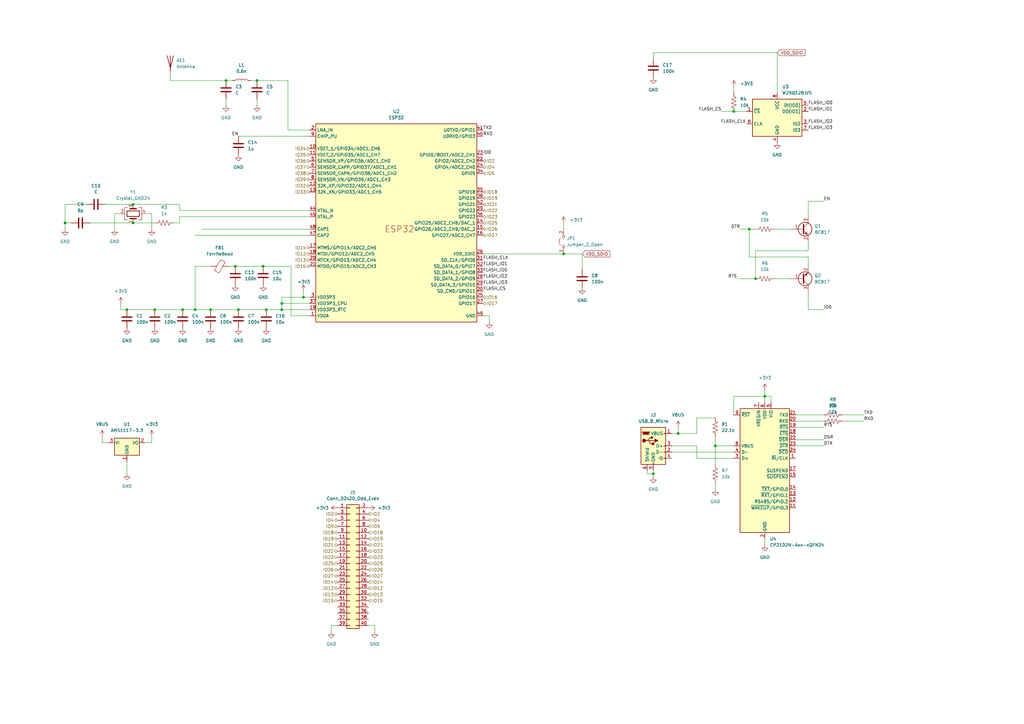
<source format=kicad_sch>
(kicad_sch (version 20211123) (generator eeschema)
  (paper "A3")
  (lib_symbols
    (symbol "Connector:USB_B_Micro" (pin_names (offset 1.016))
      (property "Reference" "J" (at -5.08 11.43 0))
      (property "Value" "USB_B_Micro" (at -5.08 8.89 0))
      (symbol "USB_B_Micro_0_1"
        (rectangle (start -5.08 -7.62) (end 5.08 7.62) (stroke (width 0.254)) (fill (type background)))
        (circle (center -3.81 2.159) (radius 0.635) (stroke (width 0.254)) (fill (type outline)))
        (circle (center -0.635 3.429) (radius 0.381) (stroke (width 0.254)) (fill (type outline)))
        (rectangle (start -0.127 -7.62) (end 0.127 -6.858))
        (polyline (pts (xy -1.905 2.159) (xy 0.635 2.159)) (stroke (width 0.254)))
        (polyline (pts (xy -3.175 2.159) (xy -2.54 2.159) (xy -1.27 3.429) (xy -0.635 3.429)) (stroke (width 0.254)))
        (polyline (pts (xy -2.54 2.159) (xy -1.905 2.159) (xy -1.27 0.889) (xy 0 0.889)) (stroke (width 0.254)))
        (polyline (pts (xy 0.635 2.794) (xy 0.635 1.524) (xy 1.905 2.159) (xy 0.635 2.794)) (stroke (width 0.254)) (fill (type outline)))
        (polyline (pts (xy -4.318 5.588) (xy -1.778 5.588) (xy -2.032 4.826) (xy -4.064 4.826) (xy -4.318 5.588)) (fill (type outline)))
        (polyline (pts (xy -4.699 5.842) (xy -4.699 5.588) (xy -4.445 4.826) (xy -4.445 4.572) (xy -1.651 4.572) (xy -1.651 4.826) (xy -1.397 5.588) (xy -1.397 5.842) (xy -4.699 5.842)))
        (rectangle (start 0.254 1.27) (end -0.508 0.508) (stroke (width 0.254)) (fill (type outline)))
        (rectangle (start 5.08 -5.207) (end 4.318 -4.953))
        (rectangle (start 5.08 -2.667) (end 4.318 -2.413))
        (rectangle (start 5.08 -0.127) (end 4.318 0.127))
        (rectangle (start 5.08 4.953) (end 4.318 5.207))
      )
      (symbol "USB_B_Micro_1_1"
        (pin power_out line (at 7.62 5.08 180) (length 2.54) (name "VBUS") (number "1"))
        (pin bidirectional line (at 7.62 -2.54 180) (length 2.54) (name "D-") (number "2"))
        (pin bidirectional line (at 7.62 0 180) (length 2.54) (name "D+") (number "3"))
        (pin passive line (at 7.62 -5.08 180) (length 2.54) (name "ID") (number "4"))
        (pin power_out line (at 0 -10.16 90) (length 2.54) (name "GND") (number "5"))
        (pin passive line (at -2.54 -10.16 90) (length 2.54) (name "Shield") (number "6"))
      )
    )
    (symbol "Connector_Generic:Conn_02x20_Odd_Even" (pin_names (offset 1.016) hide)
      (property "Reference" "J" (at 1.27 25.4 0))
      (property "Value" "Conn_02x20_Odd_Even" (at 1.27 -27.94 0))
      (symbol "Conn_02x20_Odd_Even_1_1"
        (rectangle (start -1.27 -25.273) (end 0 -25.527) (stroke (width 0.1524)))
        (rectangle (start -1.27 -22.733) (end 0 -22.987) (stroke (width 0.1524)))
        (rectangle (start -1.27 -20.193) (end 0 -20.447) (stroke (width 0.1524)))
        (rectangle (start -1.27 -17.653) (end 0 -17.907) (stroke (width 0.1524)))
        (rectangle (start -1.27 -15.113) (end 0 -15.367) (stroke (width 0.1524)))
        (rectangle (start -1.27 -12.573) (end 0 -12.827) (stroke (width 0.1524)))
        (rectangle (start -1.27 -10.033) (end 0 -10.287) (stroke (width 0.1524)))
        (rectangle (start -1.27 -7.493) (end 0 -7.747) (stroke (width 0.1524)))
        (rectangle (start -1.27 -4.953) (end 0 -5.207) (stroke (width 0.1524)))
        (rectangle (start -1.27 -2.413) (end 0 -2.667) (stroke (width 0.1524)))
        (rectangle (start -1.27 0.127) (end 0 -0.127) (stroke (width 0.1524)))
        (rectangle (start -1.27 2.667) (end 0 2.413) (stroke (width 0.1524)))
        (rectangle (start -1.27 5.207) (end 0 4.953) (stroke (width 0.1524)))
        (rectangle (start -1.27 7.747) (end 0 7.493) (stroke (width 0.1524)))
        (rectangle (start -1.27 10.287) (end 0 10.033) (stroke (width 0.1524)))
        (rectangle (start -1.27 12.827) (end 0 12.573) (stroke (width 0.1524)))
        (rectangle (start -1.27 15.367) (end 0 15.113) (stroke (width 0.1524)))
        (rectangle (start -1.27 17.907) (end 0 17.653) (stroke (width 0.1524)))
        (rectangle (start -1.27 20.447) (end 0 20.193) (stroke (width 0.1524)))
        (rectangle (start -1.27 22.987) (end 0 22.733) (stroke (width 0.1524)))
        (rectangle (start -1.27 24.13) (end 3.81 -26.67) (stroke (width 0.254)) (fill (type background)))
        (rectangle (start 3.81 -25.273) (end 2.54 -25.527) (stroke (width 0.1524)))
        (rectangle (start 3.81 -22.733) (end 2.54 -22.987) (stroke (width 0.1524)))
        (rectangle (start 3.81 -20.193) (end 2.54 -20.447) (stroke (width 0.1524)))
        (rectangle (start 3.81 -17.653) (end 2.54 -17.907) (stroke (width 0.1524)))
        (rectangle (start 3.81 -15.113) (end 2.54 -15.367) (stroke (width 0.1524)))
        (rectangle (start 3.81 -12.573) (end 2.54 -12.827) (stroke (width 0.1524)))
        (rectangle (start 3.81 -10.033) (end 2.54 -10.287) (stroke (width 0.1524)))
        (rectangle (start 3.81 -7.493) (end 2.54 -7.747) (stroke (width 0.1524)))
        (rectangle (start 3.81 -4.953) (end 2.54 -5.207) (stroke (width 0.1524)))
        (rectangle (start 3.81 -2.413) (end 2.54 -2.667) (stroke (width 0.1524)))
        (rectangle (start 3.81 0.127) (end 2.54 -0.127) (stroke (width 0.1524)))
        (rectangle (start 3.81 2.667) (end 2.54 2.413) (stroke (width 0.1524)))
        (rectangle (start 3.81 5.207) (end 2.54 4.953) (stroke (width 0.1524)))
        (rectangle (start 3.81 7.747) (end 2.54 7.493) (stroke (width 0.1524)))
        (rectangle (start 3.81 10.287) (end 2.54 10.033) (stroke (width 0.1524)))
        (rectangle (start 3.81 12.827) (end 2.54 12.573) (stroke (width 0.1524)))
        (rectangle (start 3.81 15.367) (end 2.54 15.113) (stroke (width 0.1524)))
        (rectangle (start 3.81 17.907) (end 2.54 17.653) (stroke (width 0.1524)))
        (rectangle (start 3.81 20.447) (end 2.54 20.193) (stroke (width 0.1524)))
        (rectangle (start 3.81 22.987) (end 2.54 22.733) (stroke (width 0.1524)))
        (pin passive line (at -5.08 22.86 0) (length 3.81) (name "Pin_1") (number "1"))
        (pin passive line (at 7.62 12.7 180) (length 3.81) (name "Pin_10") (number "10"))
        (pin passive line (at -5.08 10.16 0) (length 3.81) (name "Pin_11") (number "11"))
        (pin passive line (at 7.62 10.16 180) (length 3.81) (name "Pin_12") (number "12"))
        (pin passive line (at -5.08 7.62 0) (length 3.81) (name "Pin_13") (number "13"))
        (pin passive line (at 7.62 7.62 180) (length 3.81) (name "Pin_14") (number "14"))
        (pin passive line (at -5.08 5.08 0) (length 3.81) (name "Pin_15") (number "15"))
        (pin passive line (at 7.62 5.08 180) (length 3.81) (name "Pin_16") (number "16"))
        (pin passive line (at -5.08 2.54 0) (length 3.81) (name "Pin_17") (number "17"))
        (pin passive line (at 7.62 2.54 180) (length 3.81) (name "Pin_18") (number "18"))
        (pin passive line (at -5.08 0 0) (length 3.81) (name "Pin_19") (number "19"))
        (pin passive line (at 7.62 22.86 180) (length 3.81) (name "Pin_2") (number "2"))
        (pin passive line (at 7.62 0 180) (length 3.81) (name "Pin_20") (number "20"))
        (pin passive line (at -5.08 -2.54 0) (length 3.81) (name "Pin_21") (number "21"))
        (pin passive line (at 7.62 -2.54 180) (length 3.81) (name "Pin_22") (number "22"))
        (pin passive line (at -5.08 -5.08 0) (length 3.81) (name "Pin_23") (number "23"))
        (pin passive line (at 7.62 -5.08 180) (length 3.81) (name "Pin_24") (number "24"))
        (pin passive line (at -5.08 -7.62 0) (length 3.81) (name "Pin_25") (number "25"))
        (pin passive line (at 7.62 -7.62 180) (length 3.81) (name "Pin_26") (number "26"))
        (pin passive line (at -5.08 -10.16 0) (length 3.81) (name "Pin_27") (number "27"))
        (pin passive line (at 7.62 -10.16 180) (length 3.81) (name "Pin_28") (number "28"))
        (pin passive line (at -5.08 -12.7 0) (length 3.81) (name "Pin_29") (number "29"))
        (pin passive line (at -5.08 20.32 0) (length 3.81) (name "Pin_3") (number "3"))
        (pin passive line (at 7.62 -12.7 180) (length 3.81) (name "Pin_30") (number "30"))
        (pin passive line (at -5.08 -15.24 0) (length 3.81) (name "Pin_31") (number "31"))
        (pin passive line (at 7.62 -15.24 180) (length 3.81) (name "Pin_32") (number "32"))
        (pin passive line (at -5.08 -17.78 0) (length 3.81) (name "Pin_33") (number "33"))
        (pin passive line (at 7.62 -17.78 180) (length 3.81) (name "Pin_34") (number "34"))
        (pin passive line (at -5.08 -20.32 0) (length 3.81) (name "Pin_35") (number "35"))
        (pin passive line (at 7.62 -20.32 180) (length 3.81) (name "Pin_36") (number "36"))
        (pin passive line (at -5.08 -22.86 0) (length 3.81) (name "Pin_37") (number "37"))
        (pin passive line (at 7.62 -22.86 180) (length 3.81) (name "Pin_38") (number "38"))
        (pin passive line (at -5.08 -25.4 0) (length 3.81) (name "Pin_39") (number "39"))
        (pin passive line (at 7.62 20.32 180) (length 3.81) (name "Pin_4") (number "4"))
        (pin passive line (at 7.62 -25.4 180) (length 3.81) (name "Pin_40") (number "40"))
        (pin passive line (at -5.08 17.78 0) (length 3.81) (name "Pin_5") (number "5"))
        (pin passive line (at 7.62 17.78 180) (length 3.81) (name "Pin_6") (number "6"))
        (pin passive line (at -5.08 15.24 0) (length 3.81) (name "Pin_7") (number "7"))
        (pin passive line (at 7.62 15.24 180) (length 3.81) (name "Pin_8") (number "8"))
        (pin passive line (at -5.08 12.7 0) (length 3.81) (name "Pin_9") (number "9"))
      )
    )
    (symbol "Device:Antenna" (pin_numbers hide) (pin_names (offset 1.016) hide)
      (property "Reference" "AE" (at -1.905 1.905 0))
      (property "Value" "Antenna" (at -1.905 0 0))
      (symbol "Antenna_0_1"
        (polyline (pts (xy 0 2.54) (xy 0 -3.81)) (stroke (width 0.254)))
        (polyline (pts (xy 1.27 2.54) (xy 0 -2.54) (xy -1.27 2.54)) (stroke (width 0.254)))
      )
      (symbol "Antenna_1_1"
        (pin input line (at 0 -5.08 90) (length 2.54) (name "A") (number "1"))
      )
    )
    (symbol "Device:C" (pin_numbers hide) (pin_names (offset 0.254))
      (property "Reference" "C" (at 0.635 2.54 0))
      (property "Value" "C" (at 0.635 -2.54 0))
      (symbol "C_0_1"
        (polyline (pts (xy -2.032 -0.762) (xy 2.032 -0.762)) (stroke (width 0.508)))
        (polyline (pts (xy -2.032 0.762) (xy 2.032 0.762)) (stroke (width 0.508)))
      )
      (symbol "C_1_1"
        (pin passive line (at 0 3.81 270) (length 2.794) (name "~") (number "1"))
        (pin passive line (at 0 -3.81 90) (length 2.794) (name "~") (number "2"))
      )
    )
    (symbol "Device:Crystal_GND24" (pin_names (offset 1.016) hide)
      (property "Reference" "Y" (at 3.175 5.08 0))
      (property "Value" "Crystal_GND24" (at 3.175 3.175 0))
      (symbol "Crystal_GND24_0_1"
        (rectangle (start -1.143 2.54) (end 1.143 -2.54) (stroke (width 0.3048)))
        (polyline (pts (xy -2.54 0) (xy -2.032 0)))
        (polyline (pts (xy -2.032 -1.27) (xy -2.032 1.27)) (stroke (width 0.508)))
        (polyline (pts (xy 0 -3.81) (xy 0 -3.556)))
        (polyline (pts (xy 0 3.556) (xy 0 3.81)))
        (polyline (pts (xy 2.032 -1.27) (xy 2.032 1.27)) (stroke (width 0.508)))
        (polyline (pts (xy 2.032 0) (xy 2.54 0)))
        (polyline (pts (xy -2.54 -2.286) (xy -2.54 -3.556) (xy 2.54 -3.556) (xy 2.54 -2.286)))
        (polyline (pts (xy -2.54 2.286) (xy -2.54 3.556) (xy 2.54 3.556) (xy 2.54 2.286)))
      )
      (symbol "Crystal_GND24_1_1"
        (pin passive line (at -3.81 0 0) (length 1.27) (name "1") (number "1"))
        (pin passive line (at 0 5.08 270) (length 1.27) (name "2") (number "2"))
        (pin passive line (at 3.81 0 180) (length 1.27) (name "3") (number "3"))
        (pin passive line (at 0 -5.08 90) (length 1.27) (name "4") (number "4"))
      )
    )
    (symbol "Device:FerriteBead" (pin_numbers hide) (pin_names (offset 0))
      (property "Reference" "FB" (at -3.81 0.635 90))
      (property "Value" "FerriteBead" (at 3.81 0 90))
      (symbol "FerriteBead_0_1"
        (polyline (pts (xy 0 -1.27) (xy 0 -1.2192)))
        (polyline (pts (xy 0 1.27) (xy 0 1.2954)))
        (polyline (pts (xy -2.7686 0.4064) (xy -1.7018 2.2606) (xy 2.7686 -0.3048) (xy 1.6764 -2.159) (xy -2.7686 0.4064)))
      )
      (symbol "FerriteBead_1_1"
        (pin passive line (at 0 3.81 270) (length 2.54) (name "~") (number "1"))
        (pin passive line (at 0 -3.81 90) (length 2.54) (name "~") (number "2"))
      )
    )
    (symbol "Device:L" (pin_numbers hide) (pin_names (offset 1.016) hide)
      (property "Reference" "L" (at -1.27 0 90))
      (property "Value" "L" (at 1.905 0 90))
      (symbol "L_0_1"
        (arc (start 0 -2.54) (mid 0.635 -1.905) (end 0 -1.27))
        (arc (start 0 -1.27) (mid 0.635 -0.635) (end 0 0))
        (arc (start 0 0) (mid 0.635 0.635) (end 0 1.27))
        (arc (start 0 1.27) (mid 0.635 1.905) (end 0 2.54))
      )
      (symbol "L_1_1"
        (pin passive line (at 0 3.81 270) (length 1.27) (name "1") (number "1"))
        (pin passive line (at 0 -3.81 90) (length 1.27) (name "2") (number "2"))
      )
    )
    (symbol "Device:R_US" (pin_numbers hide) (pin_names (offset 0))
      (property "Reference" "R" (at 2.54 0 90))
      (property "Value" "R_US" (at -2.54 0 90))
      (symbol "R_US_0_1"
        (polyline (pts (xy 0 -2.286) (xy 0 -2.54)))
        (polyline (pts (xy 0 2.286) (xy 0 2.54)))
        (polyline (pts (xy 0 -0.762) (xy 1.016 -1.143) (xy 0 -1.524) (xy -1.016 -1.905) (xy 0 -2.286)))
        (polyline (pts (xy 0 0.762) (xy 1.016 0.381) (xy 0 0) (xy -1.016 -0.381) (xy 0 -0.762)))
        (polyline (pts (xy 0 2.286) (xy 1.016 1.905) (xy 0 1.524) (xy -1.016 1.143) (xy 0 0.762)))
      )
      (symbol "R_US_1_1"
        (pin passive line (at 0 3.81 270) (length 1.27) (name "~") (number "1"))
        (pin passive line (at 0 -3.81 90) (length 1.27) (name "~") (number "2"))
      )
    )
    (symbol "ESP32-Repo:ESP32"
      (property "Reference" "U" (at -33.02 45.72 0))
      (property "Value" "ESP32" (at -33.02 43.18 0))
      (symbol "ESP32_0_0"
        (text "ESP32" (at 1.27 -2.54 0) (effects (font (size 2.54 2.54))))
      )
      (symbol "ESP32_0_1"
        (rectangle (start -33.02 40.64) (end 33.02 -40.64) (stroke (width 0.254)) (fill (type background)))
      )
      (symbol "ESP32_1_1"
        (pin power_in line (at -35.56 -38.1 0) (length 2.54) (name "VDDA") (number "1"))
        (pin input line (at -35.56 30.48 0) (length 2.54) (name "VDET_1/GPIO34/ADC1_CH6") (number "10"))
        (pin input line (at -35.56 27.94 0) (length 2.54) (name "VDET_2/GPIO35/ADC1_CH7") (number "11"))
        (pin bidirectional line (at -35.56 15.24 0) (length 2.54) (name "32K_XP/GPIO32/ADC1_CH4") (number "12"))
        (pin bidirectional line (at -35.56 12.7 0) (length 2.54) (name "32K_XN/GPIO33/ADC1_CH5") (number "13"))
        (pin bidirectional line (at 35.56 0 180) (length 2.54) (name "GPIO25/ADC2_CH8/DAC_1") (number "14"))
        (pin bidirectional line (at 35.56 -2.54 180) (length 2.54) (name "GPIO26/ADC2_CH9/DAC_2") (number "15"))
        (pin bidirectional line (at 35.56 -5.08 180) (length 2.54) (name "GPIO27/ADC2_CH7") (number "16"))
        (pin bidirectional line (at -35.56 -10.16 0) (length 2.54) (name "MTMS/GPIO14/ADC2_CH6") (number "17"))
        (pin bidirectional line (at -35.56 -12.7 0) (length 2.54) (name "MTDI/GPIO12/ADC2_CH5") (number "18"))
        (pin power_in line (at -35.56 -35.56 0) (length 2.54) (name "VDD3P3_RTC") (number "19"))
        (pin bidirectional line (at -35.56 38.1 0) (length 2.54) (name "LNA_IN") (number "2"))
        (pin bidirectional line (at -35.56 -15.24 0) (length 2.54) (name "MTCK/GPIO13/ADC2_CH4") (number "20"))
        (pin bidirectional line (at -35.56 -17.78 0) (length 2.54) (name "MTDO/GPIO15/ADC2_CH3") (number "21"))
        (pin bidirectional line (at 35.56 25.4 180) (length 2.54) (name "GPIO2/ADC2_CH2") (number "22"))
        (pin bidirectional line (at 35.56 27.94 180) (length 2.54) (name "GPIO0/BOOT/ADC2_CH1") (number "23"))
        (pin bidirectional line (at 35.56 22.86 180) (length 2.54) (name "GPIO4/ADC2_CH0") (number "24"))
        (pin bidirectional line (at 35.56 -30.48 180) (length 2.54) (name "GPIO16") (number "25"))
        (pin power_out line (at 35.56 -12.7 180) (length 2.54) (name "VDD_SDIO") (number "26"))
        (pin bidirectional line (at 35.56 -33.02 180) (length 2.54) (name "GPIO17") (number "27"))
        (pin bidirectional line (at 35.56 -22.86 180) (length 2.54) (name "SD_DATA_2/GPIO9") (number "28"))
        (pin bidirectional line (at 35.56 -25.4 180) (length 2.54) (name "SD_DATA_3/GPIO10") (number "29"))
        (pin power_in line (at -35.56 -30.48 0) (length 2.54) (name "VDD3P3") (number "3"))
        (pin bidirectional line (at 35.56 -27.94 180) (length 2.54) (name "SD_CMD/GPIO11") (number "30"))
        (pin bidirectional line (at 35.56 -15.24 180) (length 2.54) (name "SD_CLK/GPIO6") (number "31"))
        (pin bidirectional line (at 35.56 -17.78 180) (length 2.54) (name "SD_DATA_0/GPIO7") (number "32"))
        (pin bidirectional line (at 35.56 -20.32 180) (length 2.54) (name "SD_DATA_1/GPIO8") (number "33"))
        (pin bidirectional line (at 35.56 20.32 180) (length 2.54) (name "GPIO5") (number "34"))
        (pin bidirectional line (at 35.56 12.7 180) (length 2.54) (name "GPIO18") (number "35"))
        (pin bidirectional line (at 35.56 2.54 180) (length 2.54) (name "GPIO23") (number "36"))
        (pin power_in line (at -35.56 -33.02 0) (length 2.54) (name "VDD3P3_CPU") (number "37"))
        (pin bidirectional line (at 35.56 10.16 180) (length 2.54) (name "GPIO19") (number "38"))
        (pin bidirectional line (at 35.56 5.08 180) (length 2.54) (name "GPIO22") (number "39"))
        (pin passive line (at -35.56 -30.48 0) (length 2.54) hide (name "VDD3P3") (number "4"))
        (pin bidirectional line (at 35.56 35.56 180) (length 2.54) (name "U0RXD/GPIO3") (number "40"))
        (pin bidirectional line (at 35.56 38.1 180) (length 2.54) (name "U0TXD/GPIO1") (number "41"))
        (pin bidirectional line (at 35.56 7.62 180) (length 2.54) (name "GPIO21") (number "42"))
        (pin passive line (at -35.56 -38.1 0) (length 2.54) hide (name "VDDA") (number "43"))
        (pin output line (at -35.56 5.08 0) (length 2.54) (name "XTAL_N") (number "44"))
        (pin input line (at -35.56 2.54 0) (length 2.54) (name "XTAL_P") (number "45"))
        (pin passive line (at -35.56 -38.1 0) (length 2.54) hide (name "VDDA") (number "46"))
        (pin input line (at -35.56 -5.08 0) (length 2.54) (name "CAP2") (number "47"))
        (pin input line (at -35.56 -2.54 0) (length 2.54) (name "CAP1") (number "48"))
        (pin power_in line (at 35.56 -38.1 180) (length 2.54) (name "GND") (number "49"))
        (pin input line (at -35.56 25.4 0) (length 2.54) (name "SENSOR_VP/GPIO36/ADC1_CH0") (number "5"))
        (pin input line (at -35.56 22.86 0) (length 2.54) (name "SENSOR_CAPP/GPIO37/ADC1_CH1") (number "6"))
        (pin input line (at -35.56 20.32 0) (length 2.54) (name "SENSOR_CAPN/GPIO38/ADC1_CH2") (number "7"))
        (pin input line (at -35.56 17.78 0) (length 2.54) (name "SENSOR_VN/GPIO39/ADC1_CH3") (number "8"))
        (pin input line (at -35.56 35.56 0) (length 2.54) (name "CHIP_PU") (number "9"))
      )
    )
    (symbol "Interface_USB:CP2102N-Axx-xQFN24"
      (property "Reference" "U" (at -8.89 26.67 0))
      (property "Value" "CP2102N-Axx-xQFN24" (at 13.97 26.67 0))
      (symbol "CP2102N-Axx-xQFN24_0_1"
        (rectangle (start -10.16 25.4) (end 10.16 -25.4) (stroke (width 0.254)) (fill (type background)))
      )
      (symbol "CP2102N-Axx-xQFN24_1_1"
        (pin bidirectional line (at 12.7 5.08 180) (length 2.54) (name "~{RI}/CLK") (number "1"))
        (pin no_connect line (at -10.16 -22.86 0) (length 2.54) hide (name "NC") (number "10"))
        (pin bidirectional line (at 12.7 -15.24 180) (length 2.54) (name "~{WAKEUP}/GPIO.3") (number "11"))
        (pin bidirectional line (at 12.7 -12.7 180) (length 2.54) (name "RS485/GPIO.2") (number "12"))
        (pin bidirectional line (at 12.7 -10.16 180) (length 2.54) (name "~{RXT}/GPIO.1") (number "13"))
        (pin bidirectional line (at 12.7 -7.62 180) (length 2.54) (name "~{TXT}/GPIO.0") (number "14"))
        (pin output line (at 12.7 -2.54 180) (length 2.54) (name "~{SUSPEND}") (number "15"))
        (pin no_connect line (at 10.16 -22.86 180) (length 2.54) hide (name "NC") (number "16"))
        (pin output line (at 12.7 0 180) (length 2.54) (name "SUSPEND") (number "17"))
        (pin input line (at 12.7 15.24 180) (length 2.54) (name "~{CTS}") (number "18"))
        (pin output line (at 12.7 17.78 180) (length 2.54) (name "~{RTS}") (number "19"))
        (pin power_in line (at 0 -27.94 90) (length 2.54) (name "GND") (number "2"))
        (pin input line (at 12.7 20.32 180) (length 2.54) (name "RXD") (number "20"))
        (pin output line (at 12.7 22.86 180) (length 2.54) (name "TXD") (number "21"))
        (pin input line (at 12.7 12.7 180) (length 2.54) (name "~{DSR}") (number "22"))
        (pin output line (at 12.7 10.16 180) (length 2.54) (name "~{DTR}") (number "23"))
        (pin input line (at 12.7 7.62 180) (length 2.54) (name "~{DCD}") (number "24"))
        (pin passive line (at 0 -27.94 90) (length 2.54) hide (name "GND") (number "25"))
        (pin bidirectional line (at -12.7 5.08 0) (length 2.54) (name "D+") (number "3"))
        (pin bidirectional line (at -12.7 7.62 0) (length 2.54) (name "D-") (number "4"))
        (pin power_in line (at 2.54 27.94 270) (length 2.54) (name "VIO") (number "5"))
        (pin power_in line (at 0 27.94 270) (length 2.54) (name "VDD") (number "6"))
        (pin power_in line (at -2.54 27.94 270) (length 2.54) (name "VREGIN") (number "7"))
        (pin input line (at -12.7 10.16 0) (length 2.54) (name "VBUS") (number "8"))
        (pin input line (at -12.7 22.86 0) (length 2.54) (name "~{RST}") (number "9"))
      )
    )
    (symbol "Jumper:Jumper_2_Open" (pin_names (offset 0) hide)
      (property "Reference" "JP" (at 0 2.794 0))
      (property "Value" "Jumper_2_Open" (at 0 -2.286 0))
      (symbol "Jumper_2_Open_0_0"
        (circle (center -2.032 0) (radius 0.508))
        (circle (center 2.032 0) (radius 0.508))
      )
      (symbol "Jumper_2_Open_0_1"
        (arc (start 1.524 1.27) (mid 0 1.778) (end -1.524 1.27))
      )
      (symbol "Jumper_2_Open_1_1"
        (pin passive line (at -5.08 0 0) (length 2.54) (name "A") (number "1"))
        (pin passive line (at 5.08 0 180) (length 2.54) (name "B") (number "2"))
      )
    )
    (symbol "Memory_Flash:W25Q128JVS"
      (property "Reference" "U" (at -8.89 8.89 0))
      (property "Value" "W25Q128JVS" (at 7.62 8.89 0))
      (symbol "W25Q128JVS_0_1"
        (rectangle (start -10.16 7.62) (end 10.16 -7.62) (stroke (width 0.254)) (fill (type background)))
      )
      (symbol "W25Q128JVS_1_1"
        (pin input line (at -12.7 2.54 0) (length 2.54) (name "~{CS}") (number "1"))
        (pin bidirectional line (at 12.7 2.54 180) (length 2.54) (name "DO(IO1)") (number "2"))
        (pin bidirectional line (at 12.7 -2.54 180) (length 2.54) (name "IO2") (number "3"))
        (pin power_in line (at 0 -10.16 90) (length 2.54) (name "GND") (number "4"))
        (pin bidirectional line (at 12.7 5.08 180) (length 2.54) (name "DI(IO0)") (number "5"))
        (pin input line (at -12.7 -2.54 0) (length 2.54) (name "CLK") (number "6"))
        (pin bidirectional line (at 12.7 -5.08 180) (length 2.54) (name "IO3") (number "7"))
        (pin power_in line (at 0 10.16 270) (length 2.54) (name "VCC") (number "8"))
      )
    )
    (symbol "Regulator_Linear:AMS1117-3.3" (pin_names (offset 0.254))
      (property "Reference" "U" (at -3.81 3.175 0))
      (property "Value" "AMS1117-3.3" (at 0 3.175 0))
      (symbol "AMS1117-3.3_0_1"
        (rectangle (start -5.08 -5.08) (end 5.08 1.905) (stroke (width 0.254)) (fill (type background)))
      )
      (symbol "AMS1117-3.3_1_1"
        (pin power_in line (at 0 -7.62 90) (length 2.54) (name "GND") (number "1"))
        (pin power_out line (at 7.62 0 180) (length 2.54) (name "VO") (number "2"))
        (pin power_in line (at -7.62 0 0) (length 2.54) (name "VI") (number "3"))
      )
    )
    (symbol "Transistor_BJT:BC817" (pin_names (offset 0) hide)
      (property "Reference" "Q" (at 5.08 1.905 0))
      (property "Value" "BC817" (at 5.08 0 0))
      (symbol "BC817_0_1"
        (polyline (pts (xy 0.635 0.635) (xy 2.54 2.54)))
        (polyline (pts (xy 0.635 -0.635) (xy 2.54 -2.54) (xy 2.54 -2.54)))
        (polyline (pts (xy 0.635 1.905) (xy 0.635 -1.905) (xy 0.635 -1.905)) (stroke (width 0.508)))
        (polyline (pts (xy 1.27 -1.778) (xy 1.778 -1.27) (xy 2.286 -2.286) (xy 1.27 -1.778) (xy 1.27 -1.778)) (fill (type outline)))
        (circle (center 1.27 0) (radius 2.8194) (stroke (width 0.254)))
      )
      (symbol "BC817_1_1"
        (pin input line (at -5.08 0 0) (length 5.715) (name "B") (number "1"))
        (pin passive line (at 2.54 -5.08 90) (length 2.54) (name "E") (number "2"))
        (pin passive line (at 2.54 5.08 270) (length 2.54) (name "C") (number "3"))
      )
    )
    (symbol "power:+3V3" (power) (pin_names (offset 0))
      (property "Value" "+3V3" (at 0 3.556 0))
      (symbol "+3V3_0_1"
        (polyline (pts (xy -0.762 1.27) (xy 0 2.54)))
        (polyline (pts (xy 0 0) (xy 0 2.54)))
        (polyline (pts (xy 0 2.54) (xy 0.762 1.27)))
      )
      (symbol "+3V3_1_1"
        (pin power_in line (at 0 0 90) (length 0) hide (name "+3V3") (number "1"))
      )
    )
    (symbol "power:GND" (power) (pin_names (offset 0))
      (property "Value" "GND" (at 0 -3.81 0))
      (symbol "GND_0_1"
        (polyline (pts (xy 0 0) (xy 0 -1.27) (xy 1.27 -1.27) (xy 0 -2.54) (xy -1.27 -1.27) (xy 0 -1.27)))
      )
      (symbol "GND_1_1"
        (pin power_in line (at 0 0 270) (length 0) hide (name "GND") (number "1"))
      )
    )
    (symbol "power:VBUS" (power) (pin_names (offset 0))
      (property "Value" "VBUS" (at 0 3.81 0))
      (symbol "VBUS_0_1"
        (polyline (pts (xy -0.762 1.27) (xy 0 2.54)))
        (polyline (pts (xy 0 0) (xy 0 2.54)))
        (polyline (pts (xy 0 2.54) (xy 0.762 1.27)))
      )
      (symbol "VBUS_1_1"
        (pin power_in line (at 0 0 90) (length 0) hide (name "VBUS") (number "1"))
      )
    )
  )
  (junction (at 54.61 83.82))
  (junction (at 124.46 121.92))
  (junction (at 313.69 162.56))
  (junction (at 307.34 93.98))
  (junction (at 115.57 124.46))
  (junction (at 107.95 109.22))
  (junction (at 309.88 114.3))
  (junction (at 96.52 109.22))
  (junction (at 54.61 91.44))
  (junction (at 267.97 194.31))
  (junction (at 92.71 33.02))
  (junction (at 80.01 127))
  (junction (at 105.41 33.02))
  (junction (at 97.79 127))
  (junction (at 26.67 91.44))
  (junction (at 63.5 127))
  (junction (at 74.93 127))
  (junction (at 293.37 182.88))
  (junction (at 86.36 127))
  (junction (at 115.57 127))
  (junction (at 278.13 177.8))
  (junction (at 231.14 104.14))
  (junction (at 52.07 127))
  (junction (at 109.22 127))
  (junction (at 300.99 45.72))
  (wire (pts (xy 71.12 91.44) (xy 73.66 91.44)))
  (wire (pts (xy 73.66 86.36) (xy 73.66 83.82)))
  (wire (pts (xy 331.47 105.41) (xy 307.34 105.41)))
  (wire (pts (xy 115.57 121.92) (xy 115.57 124.46)))
  (wire (pts (xy 73.66 91.44) (xy 73.66 88.9)))
  (wire (pts (xy 313.69 162.56) (xy 313.69 165.1)))
  (wire (pts (xy 46.99 87.63) (xy 46.99 93.98)))
  (wire (pts (xy 127 53.34) (xy 118.11 53.34)))
  (wire (pts (xy 119.38 129.54) (xy 119.38 109.22)))
  (wire (pts (xy 316.23 162.56) (xy 313.69 162.56)))
  (wire (pts (xy 337.82 82.55) (xy 331.47 82.55)))
  (wire (pts (xy 26.67 93.98) (xy 26.67 91.44)))
  (wire (pts (xy 97.79 55.88) (xy 127 55.88)))
  (wire (pts (xy 337.82 170.18) (xy 326.39 170.18)))
  (wire (pts (xy 200.66 129.54) (xy 198.12 129.54)))
  (wire (pts (xy 285.75 171.45) (xy 293.37 171.45)))
  (wire (pts (xy 293.37 182.88) (xy 293.37 190.5)))
  (wire (pts (xy 231.14 91.44) (xy 231.14 93.98)))
  (wire (pts (xy 300.99 162.56) (xy 313.69 162.56)))
  (wire (pts (xy 337.82 182.88) (xy 326.39 182.88)))
  (wire (pts (xy 135.89 259.08) (xy 135.89 256.54)))
  (wire (pts (xy 307.34 93.98) (xy 309.88 93.98)))
  (wire (pts (xy 127 96.52) (xy 80.01 96.52)))
  (wire (pts (xy 317.5 114.3) (xy 323.85 114.3)))
  (wire (pts (xy 316.23 165.1) (xy 316.23 162.56)))
  (wire (pts (xy 331.47 127) (xy 337.82 127)))
  (wire (pts (xy 285.75 177.8) (xy 285.75 171.45)))
  (wire (pts (xy 300.99 35.56) (xy 300.99 38.1)))
  (wire (pts (xy 54.61 91.44) (xy 63.5 91.44)))
  (wire (pts (xy 278.13 175.26) (xy 278.13 177.8)))
  (wire (pts (xy 26.67 83.82) (xy 26.67 91.44)))
  (wire (pts (xy 345.44 172.72) (xy 354.33 172.72)))
  (wire (pts (xy 317.5 93.98) (xy 323.85 93.98)))
  (wire (pts (xy 49.53 127) (xy 52.07 127)))
  (wire (pts (xy 200.66 132.08) (xy 200.66 129.54)))
  (wire (pts (xy 285.75 187.96) (xy 300.99 187.96)))
  (wire (pts (xy 35.56 83.82) (xy 26.67 83.82)))
  (wire (pts (xy 345.44 170.18) (xy 354.33 170.18)))
  (wire (pts (xy 265.43 193.04) (xy 265.43 194.31)))
  (wire (pts (xy 73.66 88.9) (xy 127 88.9)))
  (wire (pts (xy 62.23 179.07) (xy 62.23 181.61)))
  (wire (pts (xy 331.47 102.87) (xy 309.88 102.87)))
  (wire (pts (xy 119.38 129.54) (xy 127 129.54)))
  (wire (pts (xy 267.97 194.31) (xy 267.97 195.58)))
  (wire (pts (xy 62.23 181.61) (xy 59.69 181.61)))
  (wire (pts (xy 278.13 177.8) (xy 285.75 177.8)))
  (wire (pts (xy 102.87 33.02) (xy 105.41 33.02)))
  (wire (pts (xy 80.01 127) (xy 86.36 127)))
  (wire (pts (xy 285.75 182.88) (xy 285.75 187.96)))
  (wire (pts (xy 337.82 180.34) (xy 326.39 180.34)))
  (wire (pts (xy 62.23 93.98) (xy 62.23 87.63)))
  (wire (pts (xy 69.85 33.02) (xy 92.71 33.02)))
  (wire (pts (xy 97.79 127) (xy 109.22 127)))
  (wire (pts (xy 293.37 182.88) (xy 300.99 182.88)))
  (wire (pts (xy 300.99 170.18) (xy 300.99 162.56)))
  (wire (pts (xy 293.37 179.07) (xy 293.37 182.88)))
  (wire (pts (xy 293.37 200.66) (xy 293.37 198.12)))
  (wire (pts (xy 41.91 179.07) (xy 41.91 181.61)))
  (wire (pts (xy 69.85 30.48) (xy 69.85 33.02)))
  (wire (pts (xy 52.07 127) (xy 63.5 127)))
  (wire (pts (xy 337.82 172.72) (xy 326.39 172.72)))
  (wire (pts (xy 105.41 33.02) (xy 118.11 33.02)))
  (wire (pts (xy 86.36 127) (xy 97.79 127)))
  (wire (pts (xy 73.66 83.82) (xy 54.61 83.82)))
  (wire (pts (xy 63.5 127) (xy 74.93 127)))
  (wire (pts (xy 41.91 181.61) (xy 44.45 181.61)))
  (wire (pts (xy 49.53 124.46) (xy 49.53 127)))
  (wire (pts (xy 127 93.98) (xy 82.55 93.98)))
  (wire (pts (xy 124.46 121.92) (xy 127 121.92)))
  (wire (pts (xy 307.34 105.41) (xy 307.34 93.98)))
  (wire (pts (xy 74.93 127) (xy 80.01 127)))
  (wire (pts (xy 300.99 45.72) (xy 306.07 45.72)))
  (wire (pts (xy 52.07 189.23) (xy 52.07 194.31)))
  (wire (pts (xy 267.97 24.13) (xy 267.97 21.59)))
  (wire (pts (xy 96.52 109.22) (xy 107.95 109.22)))
  (wire (pts (xy 238.76 104.14) (xy 238.76 110.49)))
  (wire (pts (xy 302.26 114.3) (xy 309.88 114.3)))
  (wire (pts (xy 26.67 91.44) (xy 29.21 91.44)))
  (wire (pts (xy 278.13 177.8) (xy 275.59 177.8)))
  (wire (pts (xy 313.69 160.02) (xy 313.69 162.56)))
  (wire (pts (xy 265.43 194.31) (xy 267.97 194.31)))
  (wire (pts (xy 309.88 102.87) (xy 309.88 114.3)))
  (wire (pts (xy 115.57 124.46) (xy 127 124.46)))
  (wire (pts (xy 313.69 220.98) (xy 313.69 223.52)))
  (wire (pts (xy 267.97 21.59) (xy 318.77 21.59)))
  (wire (pts (xy 49.53 87.63) (xy 46.99 87.63)))
  (wire (pts (xy 93.98 109.22) (xy 96.52 109.22)))
  (wire (pts (xy 109.22 127) (xy 115.57 127)))
  (wire (pts (xy 153.67 259.08) (xy 153.67 256.54)))
  (wire (pts (xy 275.59 182.88) (xy 285.75 182.88)))
  (wire (pts (xy 318.77 21.59) (xy 318.77 38.1)))
  (wire (pts (xy 135.89 256.54) (xy 138.43 256.54)))
  (wire (pts (xy 198.12 104.14) (xy 231.14 104.14)))
  (wire (pts (xy 86.36 109.22) (xy 80.01 109.22)))
  (wire (pts (xy 115.57 124.46) (xy 115.57 127)))
  (wire (pts (xy 295.91 45.72) (xy 300.99 45.72)))
  (wire (pts (xy 80.01 109.22) (xy 80.01 127)))
  (wire (pts (xy 303.53 93.98) (xy 307.34 93.98)))
  (wire (pts (xy 107.95 109.22) (xy 119.38 109.22)))
  (wire (pts (xy 105.41 40.64) (xy 105.41 43.18)))
  (wire (pts (xy 115.57 121.92) (xy 124.46 121.92)))
  (wire (pts (xy 92.71 33.02) (xy 95.25 33.02)))
  (wire (pts (xy 231.14 104.14) (xy 238.76 104.14)))
  (wire (pts (xy 115.57 127) (xy 127 127)))
  (wire (pts (xy 331.47 82.55) (xy 331.47 88.9)))
  (wire (pts (xy 331.47 109.22) (xy 331.47 105.41)))
  (wire (pts (xy 73.66 86.36) (xy 127 86.36)))
  (wire (pts (xy 118.11 53.34) (xy 118.11 33.02)))
  (wire (pts (xy 36.83 91.44) (xy 54.61 91.44)))
  (wire (pts (xy 267.97 193.04) (xy 267.97 194.31)))
  (wire (pts (xy 124.46 119.38) (xy 124.46 121.92)))
  (wire (pts (xy 62.23 87.63) (xy 59.69 87.63)))
  (wire (pts (xy 275.59 185.42) (xy 300.99 185.42)))
  (wire (pts (xy 331.47 119.38) (xy 331.47 127)))
  (wire (pts (xy 43.18 83.82) (xy 54.61 83.82)))
  (wire (pts (xy 331.47 99.06) (xy 331.47 102.87)))
  (wire (pts (xy 92.71 40.64) (xy 92.71 43.18)))
  (wire (pts (xy 151.13 256.54) (xy 153.67 256.54)))
  (wire (pts (xy 337.82 175.26) (xy 326.39 175.26)))
  (label "RTS" (at 302.26 114.3 180))
  (label "FLASH_CLK" (at 198.12 106.68 0))
  (label "FLASH_CS" (at 198.12 119.38 0))
  (label "TXD" (at 198.12 53.34 0))
  (label "EN" (at 97.79 55.88 180))
  (label "RTS" (at 337.82 175.26 0))
  (label "FLASH_CLK" (at 306.07 50.8 180))
  (label "FLASH_IO3" (at 331.47 53.34 0))
  (label "EN" (at 337.82 82.55 0))
  (label "IO0" (at 198.12 63.5 0))
  (label "DTR" (at 303.53 93.98 180))
  (label "FLASH_IO1" (at 331.47 45.72 0))
  (label "FLASH_IO2" (at 331.47 50.8 0))
  (label "FLASH_IO3" (at 198.12 116.84 0))
  (label "IO0" (at 337.82 127 0))
  (label "FLASH_IO0" (at 331.47 43.18 0))
  (label "FLASH_IO2" (at 198.12 114.3 0))
  (label "FLASH_IO1" (at 198.12 109.22 0))
  (label "RXD" (at 198.12 55.88 0))
  (label "FLASH_IO0" (at 198.12 111.76 0))
  (label "RXD" (at 354.33 172.72 0))
  (label "DTR" (at 337.82 182.88 0))
  (label "TXD" (at 354.33 170.18 0))
  (label "DSR" (at 337.82 180.34 0))
  (label "FLASH_CS" (at 295.91 45.72 180))
  (global_label "VDD_SDIO" (shape input) (at 318.77 21.59 0) (property "Intersheet References" "${INTERSHEET_REFS}" (effects hide)))
  (global_label "VDD_SDIO" (shape input) (at 238.76 104.14 0) (property "Intersheet References" "${INTERSHEET_REFS}" (effects hide)))
  (hierarchical_label "IO13" (shape bidirectional) (at 151.13 243.84 0))
  (hierarchical_label "IO12" (shape bidirectional) (at 127 104.14 180))
  (hierarchical_label "IO15" (shape bidirectional) (at 138.43 246.38 180))
  (hierarchical_label "IO32" (shape bidirectional) (at 127 76.2 180))
  (hierarchical_label "IO21" (shape bidirectional) (at 151.13 223.52 0))
  (hierarchical_label "IO14" (shape bidirectional) (at 138.43 238.76 180))
  (hierarchical_label "IO14" (shape bidirectional) (at 127 101.6 180))
  (hierarchical_label "IO13" (shape bidirectional) (at 138.43 243.84 180))
  (hierarchical_label "IO15" (shape bidirectional) (at 127 109.22 180))
  (hierarchical_label "IO13" (shape bidirectional) (at 127 106.68 180))
  (hierarchical_label "IO26" (shape bidirectional) (at 198.12 93.98 0))
  (hierarchical_label "IO14" (shape bidirectional) (at 151.13 238.76 0))
  (hierarchical_label "IO18" (shape bidirectional) (at 198.12 78.74 0))
  (hierarchical_label "IO26" (shape bidirectional) (at 138.43 233.68 180))
  (hierarchical_label "IO4" (shape bidirectional) (at 138.43 213.36 180))
  (hierarchical_label "IO12" (shape bidirectional) (at 138.43 241.3 180))
  (hierarchical_label "IO38" (shape bidirectional) (at 127 71.12 180))
  (hierarchical_label "IO5" (shape bidirectional) (at 151.13 215.9 0))
  (hierarchical_label "IO19" (shape bidirectional) (at 151.13 220.98 0))
  (hierarchical_label "IO27" (shape bidirectional) (at 151.13 236.22 0))
  (hierarchical_label "IO4" (shape bidirectional) (at 198.12 68.58 0))
  (hierarchical_label "IO19" (shape bidirectional) (at 138.43 220.98 180))
  (hierarchical_label "IO25" (shape bidirectional) (at 198.12 91.44 0))
  (hierarchical_label "IO18" (shape bidirectional) (at 151.13 218.44 0))
  (hierarchical_label "IO5" (shape bidirectional) (at 198.12 71.12 0))
  (hierarchical_label "IO4" (shape bidirectional) (at 151.13 213.36 0))
  (hierarchical_label "IO22" (shape bidirectional) (at 151.13 226.06 0))
  (hierarchical_label "IO2" (shape bidirectional) (at 151.13 210.82 0))
  (hierarchical_label "IO17" (shape bidirectional) (at 198.12 124.46 0))
  (hierarchical_label "IO26" (shape bidirectional) (at 151.13 233.68 0))
  (hierarchical_label "IO16" (shape bidirectional) (at 198.12 121.92 0))
  (hierarchical_label "IO23" (shape bidirectional) (at 151.13 228.6 0))
  (hierarchical_label "IO12" (shape bidirectional) (at 151.13 241.3 0))
  (hierarchical_label "IO19" (shape bidirectional) (at 198.12 81.28 0))
  (hierarchical_label "IO25" (shape bidirectional) (at 138.43 231.14 180))
  (hierarchical_label "IO27" (shape bidirectional) (at 198.12 96.52 0))
  (hierarchical_label "IO34" (shape bidirectional) (at 127 60.96 180))
  (hierarchical_label "IO21" (shape bidirectional) (at 198.12 83.82 0))
  (hierarchical_label "IO39" (shape bidirectional) (at 127 73.66 180))
  (hierarchical_label "IO2" (shape bidirectional) (at 138.43 210.82 180))
  (hierarchical_label "IO27" (shape bidirectional) (at 138.43 236.22 180))
  (hierarchical_label "IO22" (shape bidirectional) (at 198.12 86.36 0))
  (hierarchical_label "IO22" (shape bidirectional) (at 138.43 226.06 180))
  (hierarchical_label "IO23" (shape bidirectional) (at 198.12 88.9 0))
  (hierarchical_label "IO18" (shape bidirectional) (at 138.43 218.44 180))
  (hierarchical_label "IO2" (shape bidirectional) (at 198.12 66.04 0))
  (hierarchical_label "IO23" (shape bidirectional) (at 138.43 228.6 180))
  (hierarchical_label "IO35" (shape bidirectional) (at 127 63.5 180))
  (hierarchical_label "IO37" (shape bidirectional) (at 127 68.58 180))
  (hierarchical_label "IO5" (shape bidirectional) (at 138.43 215.9 180))
  (hierarchical_label "IO21" (shape bidirectional) (at 138.43 223.52 180))
  (hierarchical_label "IO25" (shape bidirectional) (at 151.13 231.14 0))
  (hierarchical_label "IO33" (shape bidirectional) (at 127 78.74 180))
  (hierarchical_label "IO15" (shape bidirectional) (at 151.13 246.38 0))
  (hierarchical_label "IO36" (shape bidirectional) (at 127 66.04 180))
  (symbol (lib_id "power:GND") (at 97.79 63.5 0) (unit 1)
    (property "Reference" "#PWR0123" (effects hide))
    (property "Value" "GND" (at 97.79 68.58 0))
  )
  (symbol (lib_id "ESP32-Repo:ESP32") (at 162.56 91.44 0) (unit 1)
    (property "Reference" "U2" (at 162.56 45.72 0))
    (property "Value" "ESP32" (at 162.56 48.26 0))
    (property "Footprint" "Package_DFN_QFN:QFN-48-1EP_5x5mm_P0.35mm_EP3.7x3.7mm" (effects hide))
    (property "Datasheet" "https://www.espressif.com/sites/default/files/documentation/esp32_datasheet_en.pdf" (effects hide))
    (property "MPN" "ESP32-D0WD-V3" (effects hide))
  )
  (symbol (lib_id "Device:R_US") (at 293.37 175.26 180) (unit 1)
    (property "Reference" "R1" (at 295.91 173.9899 0) (effects (justify right)))
    (property "Value" "22.1k" (at 295.91 176.5299 0) (effects (justify right)))
    (property "Footprint" "Resistor_SMD:R_0805_2012Metric" (effects hide))
  )
  (symbol (lib_id "Device:R_US") (at 293.37 194.31 180) (unit 1)
    (property "Reference" "R7" (at 295.91 193.0399 0) (effects (justify right)))
    (property "Value" "10k" (at 295.91 195.5799 0) (effects (justify right)))
    (property "Footprint" "Resistor_SMD:R_0805_2012Metric" (effects hide))
  )
  (symbol (lib_id "Jumper:Jumper_2_Open") (at 231.14 99.06 90) (unit 1)
    (property "Reference" "JP1" (at 232.41 97.7899 90) (effects (justify right)))
    (property "Value" "Jumper_2_Open" (at 232.41 100.3299 90) (effects (justify right)))
    (property "Footprint" "Jumper:SolderJumper-2_P1.3mm_Open_RoundedPad1.0x1.5mm" (effects hide))
  )
  (symbol (lib_id "Device:R_US") (at 313.69 93.98 90) (unit 1)
    (property "Reference" "R5" (at 313.69 87.63 90))
    (property "Value" "10k" (at 313.69 90.17 90))
    (property "Footprint" "Resistor_SMD:R_0805_2012Metric" (effects hide))
  )
  (symbol (lib_id "power:+3V3") (at 124.46 119.38 0) (unit 1)
    (property "Reference" "#PWR0110" (effects hide))
    (property "Value" "+3V3" (at 121.92 115.57 0) (effects (justify left)))
  )
  (symbol (lib_id "power:GND") (at 313.69 223.52 0) (unit 1)
    (property "Reference" "#PWR0126" (effects hide))
    (property "Value" "GND" (at 313.69 228.6 0))
  )
  (symbol (lib_id "power:+3V3") (at 62.23 179.07 0) (unit 1)
    (property "Reference" "#PWR0108" (effects hide))
    (property "Value" "+3V3" (at 62.23 173.99 0))
  )
  (symbol (lib_id "power:GND") (at 86.36 134.62 0) (unit 1)
    (property "Reference" "#PWR0105" (effects hide))
    (property "Value" "GND" (at 86.36 139.7 0))
  )
  (symbol (lib_id "power:VBUS") (at 41.91 179.07 0) (unit 1)
    (property "Reference" "#PWR0107" (effects hide))
    (property "Value" "VBUS" (at 41.91 173.99 0))
  )
  (symbol (lib_id "Device:C") (at 267.97 27.94 0) (unit 1)
    (property "Reference" "C17" (at 271.78 26.6699 0) (effects (justify left)))
    (property "Value" "100n" (at 271.78 29.2099 0) (effects (justify left)))
    (property "Footprint" "Capacitor_SMD:C_0805_2012Metric" (effects hide))
  )
  (symbol (lib_id "power:GND") (at 62.23 93.98 0) (unit 1)
    (property "Reference" "#PWR0121" (effects hide))
    (property "Value" "GND" (at 62.23 99.06 0))
  )
  (symbol (lib_id "Memory_Flash:W25Q128JVS") (at 318.77 48.26 0) (unit 1)
    (property "Reference" "U3" (at 320.7894 35.56 0) (effects (justify left)))
    (property "Value" "W25Q128JVS" (at 320.7894 38.1 0) (effects (justify left)))
    (property "Footprint" "Package_SO:SOIC-8_5.23x5.23mm_P1.27mm" (effects hide))
    (property "Datasheet" "http://www.winbond.com/resource-files/w25q128jv_dtr%20revc%2003272018%20plus.pdf" (effects hide))
    (property "MPN" "W25Q128JVSIQ" (effects hide))
  )
  (symbol (lib_id "power:GND") (at 238.76 118.11 0) (unit 1)
    (property "Reference" "#PWR0115" (effects hide))
    (property "Value" "GND" (at 238.76 123.19 0))
  )
  (symbol (lib_id "Device:L") (at 99.06 33.02 90) (unit 1)
    (property "Reference" "L1" (at 99.06 26.67 90))
    (property "Value" "0.6n" (at 99.06 29.21 90))
    (property "Footprint" "Inductor_SMD:L_0603_1608Metric" (effects hide))
    (property "MPN" "LQP03HQ0N6W02D" (effects hide))
  )
  (symbol (lib_id "power:+3V3") (at 313.69 160.02 0) (unit 1)
    (property "Reference" "#PWR0127" (effects hide))
    (property "Value" "+3V3" (at 313.69 154.94 0))
  )
  (symbol (lib_id "Device:C") (at 238.76 114.3 0) (unit 1)
    (property "Reference" "C8" (at 242.57 113.0299 0) (effects (justify left)))
    (property "Value" "100n" (at 242.57 115.5699 0) (effects (justify left)))
    (property "Footprint" "Capacitor_SMD:C_0805_2012Metric" (effects hide))
  )
  (symbol (lib_id "Device:C") (at 105.41 36.83 0) (unit 1)
    (property "Reference" "C5" (at 109.22 35.5599 0) (effects (justify left)))
    (property "Value" "C" (at 109.22 38.0999 0) (effects (justify left)))
    (property "Footprint" "Capacitor_SMD:C_0603_1608Metric" (effects hide))
  )
  (symbol (lib_id "power:+3V3") (at 151.13 208.28 270) (unit 1)
    (property "Reference" "#PWR0134" (effects hide))
    (property "Value" "+3V3" (at 154.94 208.2799 90) (effects (justify left)))
  )
  (symbol (lib_id "power:GND") (at 63.5 134.62 0) (unit 1)
    (property "Reference" "#PWR0102" (effects hide))
    (property "Value" "GND" (at 63.5 139.7 0))
  )
  (symbol (lib_id "power:GND") (at 107.95 116.84 0) (unit 1)
    (property "Reference" "#PWR0119" (effects hide))
    (property "Value" "GND" (at 107.95 121.92 0))
  )
  (symbol (lib_id "Device:C") (at 39.37 83.82 90) (unit 1)
    (property "Reference" "C10" (at 39.37 76.2 90))
    (property "Value" "C" (at 39.37 78.74 90))
    (property "Footprint" "Capacitor_SMD:C_0805_2012Metric" (effects hide))
  )
  (symbol (lib_id "power:GND") (at 74.93 134.62 0) (unit 1)
    (property "Reference" "#PWR0103" (effects hide))
    (property "Value" "GND" (at 74.93 139.7 0))
  )
  (symbol (lib_id "Device:R_US") (at 341.63 172.72 90) (unit 1)
    (property "Reference" "R9" (at 341.63 166.37 90))
    (property "Value" "10k" (at 341.63 168.91 90))
    (property "Footprint" "Resistor_SMD:R_0805_2012Metric" (effects hide))
  )
  (symbol (lib_id "Regulator_Linear:AMS1117-3.3") (at 52.07 181.61 0) (unit 1)
    (property "Reference" "U1" (at 52.07 173.99 0))
    (property "Value" "AMS1117-3.3" (at 52.07 176.53 0))
    (property "Footprint" "Package_TO_SOT_SMD:SOT-223-3_TabPin2" (effects hide))
    (property "Datasheet" "http://www.advanced-monolithic.com/pdf/ds1117.pdf" (effects hide))
  )
  (symbol (lib_id "power:+3V3") (at 138.43 208.28 90) (unit 1)
    (property "Reference" "#PWR0135" (effects hide))
    (property "Value" "+3V3" (at 129.54 208.28 90) (effects (justify right)))
  )
  (symbol (lib_id "power:GND") (at 46.99 93.98 0) (unit 1)
    (property "Reference" "#PWR0101" (effects hide))
    (property "Value" "GND" (at 46.99 99.06 0))
  )
  (symbol (lib_id "Device:C") (at 33.02 91.44 90) (unit 1)
    (property "Reference" "C9" (at 33.02 83.82 90))
    (property "Value" "8p" (at 33.02 86.36 90))
    (property "Footprint" "Capacitor_SMD:C_0805_2012Metric" (effects hide))
  )
  (symbol (lib_id "power:GND") (at 52.07 134.62 0) (unit 1)
    (property "Reference" "#PWR0104" (effects hide))
    (property "Value" "GND" (at 52.07 139.7 0))
  )
  (symbol (lib_id "Device:C") (at 74.93 130.81 0) (unit 1)
    (property "Reference" "C4" (at 78.74 129.5399 0) (effects (justify left)))
    (property "Value" "100n" (at 78.74 132.0799 0) (effects (justify left)))
    (property "Footprint" "Capacitor_SMD:C_0805_2012Metric" (effects hide))
  )
  (symbol (lib_id "Connector_Generic:Conn_02x20_Odd_Even") (at 143.51 231.14 0) (unit 1)
    (property "Reference" "J1" (at 144.78 201.93 0))
    (property "Value" "Conn_02x20_Odd_Even" (at 144.78 204.47 0))
    (property "Footprint" "Connector_PinHeader_2.54mm:PinHeader_2x20_P2.54mm_Vertical" (effects hide))
  )
  (symbol (lib_id "power:GND") (at 267.97 195.58 0) (unit 1)
    (property "Reference" "#PWR0128" (effects hide))
    (property "Value" "GND" (at 267.97 200.66 0))
  )
  (symbol (lib_id "Device:R_US") (at 67.31 91.44 90) (unit 1)
    (property "Reference" "R3" (at 67.31 85.09 90))
    (property "Value" "1k" (at 67.31 87.63 90))
    (property "Footprint" "Resistor_SMD:R_0805_2012Metric" (effects hide))
  )
  (symbol (lib_id "Device:C") (at 86.36 130.81 0) (unit 1)
    (property "Reference" "C6" (at 90.17 129.5399 0) (effects (justify left)))
    (property "Value" "100n" (at 90.17 132.0799 0) (effects (justify left)))
    (property "Footprint" "Capacitor_SMD:C_0805_2012Metric" (effects hide))
  )
  (symbol (lib_id "power:+3V3") (at 300.99 35.56 0) (unit 1)
    (property "Reference" "#PWR0131" (effects hide))
    (property "Value" "+3V3" (at 303.53 34.2899 0) (effects (justify left)))
  )
  (symbol (lib_id "Device:FerriteBead") (at 90.17 109.22 90) (unit 1)
    (property "Reference" "FB1" (at 90.1192 101.6 90))
    (property "Value" "FerriteBead" (at 90.1192 104.14 90))
    (property "Footprint" "Resistor_SMD:R_0805_2012Metric" (effects hide))
  )
  (symbol (lib_id "Device:R_US") (at 313.69 114.3 90) (unit 1)
    (property "Reference" "R6" (at 313.69 107.95 90))
    (property "Value" "10k" (at 313.69 110.49 90))
    (property "Footprint" "Resistor_SMD:R_0805_2012Metric" (effects hide))
  )
  (symbol (lib_id "power:GND") (at 52.07 194.31 0) (unit 1)
    (property "Reference" "#PWR0109" (effects hide))
    (property "Value" "GND" (at 52.07 199.39 0))
  )
  (symbol (lib_id "Transistor_BJT:BC817") (at 328.93 114.3 0) (mirror x) (unit 1)
    (property "Reference" "Q2" (at 334.01 113.0299 0) (effects (justify left)))
    (property "Value" "BC817" (at 334.01 115.5699 0) (effects (justify left)))
    (property "Footprint" "Package_TO_SOT_SMD:SOT-23" (effects hide))
    (property "Datasheet" "https://www.onsemi.com/pub/Collateral/BC818-D.pdf" (effects hide))
  )
  (symbol (lib_id "Transistor_BJT:BC817") (at 328.93 93.98 0) (unit 1)
    (property "Reference" "Q1" (at 334.01 92.7099 0) (effects (justify left)))
    (property "Value" "BC817" (at 334.01 95.2499 0) (effects (justify left)))
    (property "Footprint" "Package_TO_SOT_SMD:SOT-23" (effects hide))
    (property "Datasheet" "https://www.onsemi.com/pub/Collateral/BC818-D.pdf" (effects hide))
  )
  (symbol (lib_id "Interface_USB:CP2102N-Axx-xQFN24") (at 313.69 193.04 0) (unit 1)
    (property "Reference" "U4" (at 315.7094 220.98 0) (effects (justify left)))
    (property "Value" "CP2102N-Axx-xQFN24" (at 315.7094 223.52 0) (effects (justify left)))
    (property "Footprint" "Package_DFN_QFN:QFN-24-1EP_4x4mm_P0.5mm_EP2.6x2.6mm" (effects hide))
    (property "Datasheet" "https://www.silabs.com/documents/public/data-sheets/cp2102n-datasheet.pdf" (effects hide))
  )
  (symbol (lib_id "power:GND") (at 97.79 134.62 0) (unit 1)
    (property "Reference" "#PWR0106" (effects hide))
    (property "Value" "GND" (at 97.79 139.7 0))
  )
  (symbol (lib_id "Device:C") (at 92.71 36.83 0) (unit 1)
    (property "Reference" "C3" (at 96.52 35.5599 0) (effects (justify left)))
    (property "Value" "C" (at 96.52 38.0999 0) (effects (justify left)))
    (property "Footprint" "Capacitor_SMD:C_0603_1608Metric" (effects hide))
  )
  (symbol (lib_id "Device:C") (at 96.52 113.03 0) (unit 1)
    (property "Reference" "C13" (at 100.33 111.7599 0) (effects (justify left)))
    (property "Value" "100n" (at 100.33 114.2999 0) (effects (justify left)))
    (property "Footprint" "Capacitor_SMD:C_0805_2012Metric" (effects hide))
  )
  (symbol (lib_id "Device:R_US") (at 300.99 41.91 180) (unit 1)
    (property "Reference" "R4" (at 303.53 40.6399 0) (effects (justify right)))
    (property "Value" "10k" (at 303.53 43.1799 0) (effects (justify right)))
    (property "Footprint" "Resistor_SMD:R_0805_2012Metric" (effects hide))
  )
  (symbol (lib_id "Device:C") (at 52.07 130.81 0) (unit 1)
    (property "Reference" "C1" (at 55.88 129.5399 0) (effects (justify left)))
    (property "Value" "100n" (at 55.88 132.0799 0) (effects (justify left)))
    (property "Footprint" "Capacitor_SMD:C_0805_2012Metric" (effects hide))
  )
  (symbol (lib_id "power:GND") (at 293.37 200.66 0) (unit 1)
    (property "Reference" "#PWR0129" (effects hide))
    (property "Value" "GND" (at 293.37 205.74 0))
  )
  (symbol (lib_id "Device:Antenna") (at 69.85 25.4 0) (unit 1)
    (property "Reference" "AE1" (at 72.39 24.7649 0) (effects (justify left)))
    (property "Value" "Antenna" (at 72.39 27.3049 0) (effects (justify left)))
    (property "Footprint" "Connector_Coaxial:U.FL_Hirose_U.FL-R-SMT-1_Vertical" (effects hide))
  )
  (symbol (lib_id "power:GND") (at 267.97 31.75 0) (unit 1)
    (property "Reference" "#PWR0130" (effects hide))
    (property "Value" "GND" (at 267.97 36.83 0))
  )
  (symbol (lib_id "Device:C") (at 97.79 130.81 0) (unit 1)
    (property "Reference" "C7" (at 101.6 129.5399 0) (effects (justify left)))
    (property "Value" "100n" (at 101.6 132.0799 0) (effects (justify left)))
    (property "Footprint" "Capacitor_SMD:C_0805_2012Metric" (effects hide))
  )
  (symbol (lib_id "power:GND") (at 109.22 134.62 0) (unit 1)
    (property "Reference" "#PWR0120" (effects hide))
    (property "Value" "GND" (at 109.22 139.7 0))
  )
  (symbol (lib_id "Device:C") (at 107.95 113.03 0) (unit 1)
    (property "Reference" "C15" (at 111.76 111.7599 0) (effects (justify left)))
    (property "Value" "10u" (at 111.76 114.2999 0) (effects (justify left)))
    (property "Footprint" "Capacitor_SMD:C_1206_3216Metric" (effects hide))
  )
  (symbol (lib_id "Device:C") (at 109.22 130.81 0) (unit 1)
    (property "Reference" "C16" (at 113.03 129.5399 0) (effects (justify left)))
    (property "Value" "10u" (at 113.03 132.0799 0) (effects (justify left)))
    (property "Footprint" "Capacitor_SMD:C_1206_3216Metric" (effects hide))
  )
  (symbol (lib_id "power:GND") (at 135.89 259.08 0) (unit 1)
    (property "Reference" "#PWR0132" (effects hide))
    (property "Value" "GND" (at 135.89 264.16 0))
  )
  (symbol (lib_id "power:GND") (at 92.71 43.18 0) (unit 1)
    (property "Reference" "#PWR0117" (effects hide))
    (property "Value" "GND" (at 92.71 48.26 0))
  )
  (symbol (lib_id "Device:R_US") (at 341.63 170.18 90) (unit 1)
    (property "Reference" "R8" (at 341.63 163.83 90))
    (property "Value" "10k" (at 341.63 166.37 90))
    (property "Footprint" "Resistor_SMD:R_0805_2012Metric" (effects hide))
  )
  (symbol (lib_id "power:GND") (at 96.52 116.84 0) (unit 1)
    (property "Reference" "#PWR0118" (effects hide))
    (property "Value" "GND" (at 96.52 121.92 0))
  )
  (symbol (lib_id "power:GND") (at 26.67 93.98 0) (unit 1)
    (property "Reference" "#PWR0112" (effects hide))
    (property "Value" "GND" (at 26.67 99.06 0))
  )
  (symbol (lib_id "power:GND") (at 200.66 132.08 0) (unit 1)
    (property "Reference" "#PWR0111" (effects hide))
    (property "Value" "GND" (at 200.66 137.16 0))
  )
  (symbol (lib_id "Connector:USB_B_Micro") (at 267.97 182.88 0) (unit 1)
    (property "Reference" "J2" (at 267.97 170.18 0))
    (property "Value" "USB_B_Micro" (at 267.97 172.72 0))
    (property "Footprint" "Connector_USB:USB_Micro-B_GCT_USB3076-30-A" (effects hide))
    (property "MPN" "GCT_USB3076-30-A" (effects hide))
  )
  (symbol (lib_id "Device:C") (at 63.5 130.81 0) (unit 1)
    (property "Reference" "C2" (at 67.31 129.5399 0) (effects (justify left)))
    (property "Value" "100n" (at 67.31 132.0799 0) (effects (justify left)))
    (property "Footprint" "Capacitor_SMD:C_0805_2012Metric" (effects hide))
  )
  (symbol (lib_id "power:+3V3") (at 231.14 91.44 0) (unit 1)
    (property "Reference" "#PWR0124" (effects hide))
    (property "Value" "+3V3" (at 233.68 90.1699 0) (effects (justify left)))
  )
  (symbol (lib_id "power:VBUS") (at 278.13 175.26 0) (unit 1)
    (property "Reference" "#PWR0125" (effects hide))
    (property "Value" "VBUS" (at 278.13 170.18 0))
  )
  (symbol (lib_id "power:GND") (at 153.67 259.08 0) (unit 1)
    (property "Reference" "#PWR0133" (effects hide))
    (property "Value" "GND" (at 153.67 264.16 0))
  )
  (symbol (lib_id "Device:Crystal_GND24") (at 54.61 87.63 90) (unit 1)
    (property "Reference" "Y1" (at 54.61 78.74 90))
    (property "Value" "Crystal_GND24" (at 54.61 81.28 90))
    (property "Footprint" "Crystal:Crystal_SMD_2016-4Pin_2.0x1.6mm" (effects hide))
    (property "MPN" "CX2016DB40000D0FLJCC" (effects hide))
  )
  (symbol (lib_id "power:GND") (at 105.41 43.18 0) (unit 1)
    (property "Reference" "#PWR0116" (effects hide))
    (property "Value" "GND" (at 105.41 48.26 0))
  )
  (symbol (lib_id "power:+3V3") (at 49.53 124.46 0) (unit 1)
    (property "Reference" "#PWR0113" (effects hide))
    (property "Value" "+3V3" (at 49.53 119.38 0))
  )
  (symbol (lib_id "Device:C") (at 97.79 59.69 0) (unit 1)
    (property "Reference" "C14" (at 101.6 58.4199 0) (effects (justify left)))
    (property "Value" "1u" (at 101.6 60.9599 0) (effects (justify left)))
    (property "Footprint" "Capacitor_SMD:C_0805_2012Metric" (effects hide))
  )
  (symbol (lib_id "power:GND") (at 318.77 58.42 0) (unit 1)
    (property "Reference" "#PWR0114" (effects hide))
    (property "Value" "GND" (at 318.77 63.5 0))
  )
)
</source>
